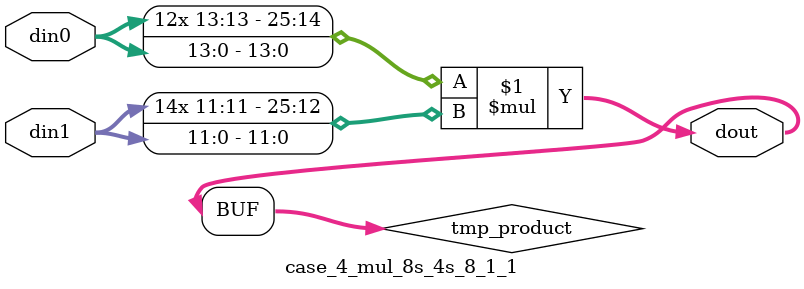
<source format=v>

`timescale 1 ns / 1 ps

 module case_4_mul_8s_4s_8_1_1(din0, din1, dout);
parameter ID = 1;
parameter NUM_STAGE = 0;
parameter din0_WIDTH = 14;
parameter din1_WIDTH = 12;
parameter dout_WIDTH = 26;

input [din0_WIDTH - 1 : 0] din0; 
input [din1_WIDTH - 1 : 0] din1; 
output [dout_WIDTH - 1 : 0] dout;

wire signed [dout_WIDTH - 1 : 0] tmp_product;



























assign tmp_product = $signed(din0) * $signed(din1);








assign dout = tmp_product;





















endmodule

</source>
